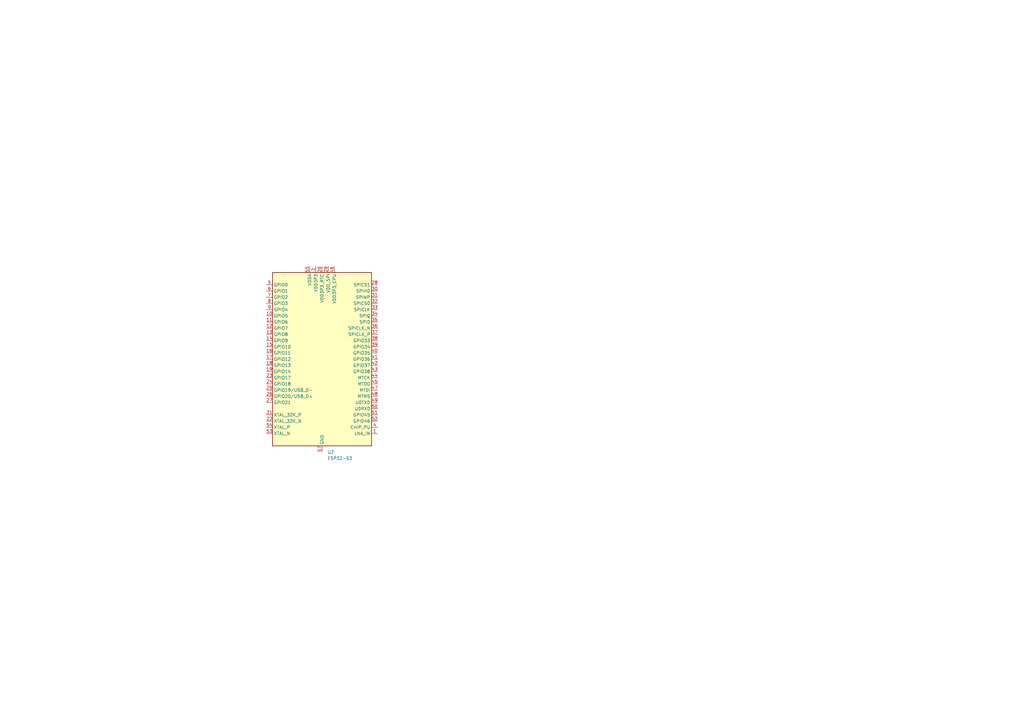
<source format=kicad_sch>
(kicad_sch (version 20231120) (generator "eeschema") (generator_version "8.0")
  (paper "A3")
  (lib_symbols
    (symbol "MCU_Espressif:ESP32-S3"
      (property "Reference" "U" (at 10.16 -38.1 0))
      (property "Value" "ESP32-S3" (at 13.97 -40.64 0))
      (symbol "ESP32-S3_0_1"
        (rectangle (start -20.32 35.56) (end 20.32 -35.56) (stroke (width 0.254)) (fill (type background)))
      )
      (symbol "ESP32-S3_1_0"
        (pin bidirectional line (at 22.86 12.7 180) (length 2.54) (name "SPICLK_N") (number "36"))
        (pin bidirectional line (at 22.86 -10.16 180) (length 2.54) (name "MTDO") (number "45"))
        (pin bidirectional line (at 22.86 -22.86 180) (length 2.54) (name "GPIO45") (number "51"))
        (pin passive line (at -5.08 38.1 270) (length 2.54) hide (name "VDDA") (number "56"))
      )
      (symbol "ESP32-S3_1_1"
        (pin bidirectional line (at 22.86 -30.48 180) (length 2.54) (name "LNA_IN") (number "1"))
        (pin bidirectional line (at -22.86 17.78 0) (length 2.54) (name "GPIO5") (number "10"))
        (pin bidirectional line (at -22.86 15.24 0) (length 2.54) (name "GPIO6") (number "11"))
        (pin bidirectional line (at -22.86 12.7 0) (length 2.54) (name "GPIO7") (number "12"))
        (pin bidirectional line (at -22.86 10.16 0) (length 2.54) (name "GPIO8") (number "13"))
        (pin bidirectional line (at -22.86 7.62 0) (length 2.54) (name "GPIO9") (number "14"))
        (pin bidirectional line (at -22.86 5.08 0) (length 2.54) (name "GPIO10") (number "15"))
        (pin bidirectional line (at -22.86 2.54 0) (length 2.54) (name "GPIO11") (number "16"))
        (pin bidirectional line (at -22.86 0 0) (length 2.54) (name "GPIO12") (number "17"))
        (pin bidirectional line (at -22.86 -2.54 0) (length 2.54) (name "GPIO13") (number "18"))
        (pin bidirectional line (at -22.86 -5.08 0) (length 2.54) (name "GPIO14") (number "19"))
        (pin power_in line (at -2.54 38.1 270) (length 2.54) (name "VDD3P3") (number "2"))
        (pin power_in line (at 0 38.1 270) (length 2.54) (name "VDD3P3_RTC") (number "20"))
        (pin passive line (at -22.86 -22.86 0) (length 2.54) (name "XTAL_32K_P") (number "21"))
        (pin passive line (at -22.86 -25.4 0) (length 2.54) (name "XTAL_32K_N") (number "22"))
        (pin bidirectional line (at -22.86 -7.62 0) (length 2.54) (name "GPIO17") (number "23"))
        (pin bidirectional line (at -22.86 -10.16 0) (length 2.54) (name "GPIO18") (number "24"))
        (pin bidirectional line (at -22.86 -12.7 0) (length 2.54) (name "GPIO19/USB_D-") (number "25"))
        (pin bidirectional line (at -22.86 -15.24 0) (length 2.54) (name "GPIO20/USB_D+") (number "26"))
        (pin bidirectional line (at -22.86 -17.78 0) (length 2.54) (name "GPIO21") (number "27"))
        (pin bidirectional line (at 22.86 30.48 180) (length 2.54) (name "SPICS1") (number "28"))
        (pin power_in line (at 2.54 38.1 270) (length 2.54) (name "VDD_SPI") (number "29"))
        (pin passive line (at -2.54 38.1 270) (length 2.54) hide (name "VDD3P3") (number "3"))
        (pin bidirectional line (at 22.86 27.94 180) (length 2.54) (name "SPIHD") (number "30"))
        (pin bidirectional line (at 22.86 25.4 180) (length 2.54) (name "SPIWP") (number "31"))
        (pin bidirectional line (at 22.86 22.86 180) (length 2.54) (name "SPICS0") (number "32"))
        (pin bidirectional line (at 22.86 20.32 180) (length 2.54) (name "SPICLK") (number "33"))
        (pin bidirectional line (at 22.86 17.78 180) (length 2.54) (name "SPIQ") (number "34"))
        (pin bidirectional line (at 22.86 15.24 180) (length 2.54) (name "SPID") (number "35"))
        (pin bidirectional line (at 22.86 10.16 180) (length 2.54) (name "SPICLK_P") (number "37"))
        (pin bidirectional line (at 22.86 7.62 180) (length 2.54) (name "GPIO33") (number "38"))
        (pin bidirectional line (at 22.86 5.08 180) (length 2.54) (name "GPIO34") (number "39"))
        (pin input line (at 22.86 -27.94 180) (length 2.54) (name "CHIP_PU") (number "4"))
        (pin bidirectional line (at 22.86 2.54 180) (length 2.54) (name "GPIO35") (number "40"))
        (pin bidirectional line (at 22.86 0 180) (length 2.54) (name "GPIO36") (number "41"))
        (pin bidirectional line (at 22.86 -2.54 180) (length 2.54) (name "GPIO37") (number "42"))
        (pin bidirectional line (at 22.86 -5.08 180) (length 2.54) (name "GPIO38") (number "43"))
        (pin bidirectional line (at 22.86 -7.62 180) (length 2.54) (name "MTCK") (number "44"))
        (pin power_in line (at 5.08 38.1 270) (length 2.54) (name "VDD3P3_CPU") (number "46"))
        (pin bidirectional line (at 22.86 -12.7 180) (length 2.54) (name "MTDI") (number "47"))
        (pin bidirectional line (at 22.86 -15.24 180) (length 2.54) (name "MTMS") (number "48"))
        (pin bidirectional line (at 22.86 -17.78 180) (length 2.54) (name "U0TXD") (number "49"))
        (pin bidirectional line (at -22.86 30.48 0) (length 2.54) (name "GPIO0") (number "5"))
        (pin bidirectional line (at 22.86 -20.32 180) (length 2.54) (name "U0RXD") (number "50"))
        (pin bidirectional line (at 22.86 -25.4 180) (length 2.54) (name "GPIO46") (number "52"))
        (pin output line (at -22.86 -30.48 0) (length 2.54) (name "XTAL_N") (number "53"))
        (pin input line (at -22.86 -27.94 0) (length 2.54) (name "XTAL_P") (number "54"))
        (pin power_in line (at -5.08 38.1 270) (length 2.54) (name "VDDA") (number "55"))
        (pin power_in line (at 0 -38.1 90) (length 2.54) (name "GND") (number "57"))
        (pin bidirectional line (at -22.86 27.94 0) (length 2.54) (name "GPIO1") (number "6"))
        (pin bidirectional line (at -22.86 25.4 0) (length 2.54) (name "GPIO2") (number "7"))
        (pin bidirectional line (at -22.86 22.86 0) (length 2.54) (name "GPIO3") (number "8"))
        (pin bidirectional line (at -22.86 20.32 0) (length 2.54) (name "GPIO4") (number "9"))
      )
    )
  )
  (symbol (lib_id "MCU_Espressif:ESP32-S3") (at 132.08 147.32 0) (unit 1)
    (property "Reference" "U2" (at 134.2741 185.42 0) (effects (justify left)))
    (property "Value" "ESP32-S3" (at 134.2741 187.96 0) (effects (justify left)))
    (property "Footprint" "Package_DFN_QFN:QFN-56-1EP_7x7mm_P0.4mm_EP4x4mm" (effects (hide yes)))
    (property "Datasheet" "https://www.espressif.com/sites/default/files/documentation/esp32-s3_datasheet_en.pdf" (effects (hide yes)))
    (property "Description" "Microcontroller, Wi-Fi 802.11b/g/n, Bluetooth, 32bit" (effects (hide yes)))
  )
)
</source>
